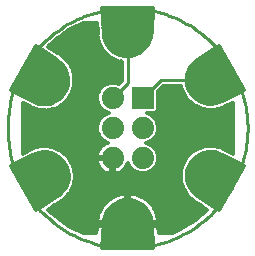
<source format=gtl>
G75*
%MOIN*%
%OFA0B0*%
%FSLAX24Y24*%
%IPPOS*%
%LPD*%
%AMOC8*
5,1,8,0,0,1.08239X$1,22.5*
%
%ADD10C,0.0100*%
%ADD11C,0.1266*%
%ADD12C,0.0120*%
%ADD13R,0.0740X0.0740*%
%ADD14C,0.0740*%
D10*
X000250Y004160D02*
X000252Y004286D01*
X000258Y004412D01*
X000268Y004538D01*
X000282Y004664D01*
X000300Y004789D01*
X000322Y004913D01*
X000347Y005037D01*
X000377Y005160D01*
X000410Y005281D01*
X000448Y005402D01*
X000489Y005521D01*
X000534Y005640D01*
X000582Y005756D01*
X000634Y005871D01*
X000690Y005984D01*
X000750Y006096D01*
X000813Y006205D01*
X000879Y006313D01*
X000948Y006418D01*
X001021Y006521D01*
X001098Y006622D01*
X001177Y006720D01*
X001259Y006816D01*
X001345Y006909D01*
X001433Y007000D01*
X001524Y007087D01*
X001618Y007172D01*
X001714Y007253D01*
X001813Y007332D01*
X001914Y007407D01*
X002018Y007479D01*
X002124Y007548D01*
X002232Y007614D01*
X002342Y007676D01*
X002454Y007734D01*
X002567Y007789D01*
X002683Y007840D01*
X002800Y007888D01*
X002918Y007932D01*
X003038Y007972D01*
X003159Y008008D01*
X003281Y008041D01*
X003404Y008070D01*
X003528Y008094D01*
X003652Y008115D01*
X003777Y008132D01*
X003903Y008145D01*
X004029Y008154D01*
X004155Y008159D01*
X004282Y008160D01*
X004408Y008157D01*
X004534Y008150D01*
X004660Y008139D01*
X004785Y008124D01*
X004910Y008105D01*
X005034Y008082D01*
X005158Y008056D01*
X005280Y008025D01*
X005402Y007991D01*
X005522Y007952D01*
X005641Y007910D01*
X005759Y007865D01*
X005875Y007815D01*
X005990Y007762D01*
X006102Y007705D01*
X006213Y007645D01*
X006322Y007581D01*
X006429Y007514D01*
X006534Y007444D01*
X006637Y007370D01*
X006737Y007293D01*
X006835Y007213D01*
X006930Y007130D01*
X007022Y007044D01*
X007112Y006955D01*
X007199Y006863D01*
X007282Y006769D01*
X007363Y006672D01*
X007441Y006572D01*
X007516Y006470D01*
X007587Y006366D01*
X007655Y006259D01*
X007719Y006151D01*
X007780Y006040D01*
X007838Y005928D01*
X007892Y005814D01*
X007942Y005698D01*
X007989Y005581D01*
X008032Y005462D01*
X008071Y005342D01*
X008107Y005221D01*
X008138Y005098D01*
X008166Y004975D01*
X008190Y004851D01*
X008210Y004726D01*
X008226Y004601D01*
X008238Y004475D01*
X008246Y004349D01*
X008250Y004223D01*
X008250Y004097D01*
X008246Y003971D01*
X008238Y003845D01*
X008226Y003719D01*
X008210Y003594D01*
X008190Y003469D01*
X008166Y003345D01*
X008138Y003222D01*
X008107Y003099D01*
X008071Y002978D01*
X008032Y002858D01*
X007989Y002739D01*
X007942Y002622D01*
X007892Y002506D01*
X007838Y002392D01*
X007780Y002280D01*
X007719Y002169D01*
X007655Y002061D01*
X007587Y001954D01*
X007516Y001850D01*
X007441Y001748D01*
X007363Y001648D01*
X007282Y001551D01*
X007199Y001457D01*
X007112Y001365D01*
X007022Y001276D01*
X006930Y001190D01*
X006835Y001107D01*
X006737Y001027D01*
X006637Y000950D01*
X006534Y000876D01*
X006429Y000806D01*
X006322Y000739D01*
X006213Y000675D01*
X006102Y000615D01*
X005990Y000558D01*
X005875Y000505D01*
X005759Y000455D01*
X005641Y000410D01*
X005522Y000368D01*
X005402Y000329D01*
X005280Y000295D01*
X005158Y000264D01*
X005034Y000238D01*
X004910Y000215D01*
X004785Y000196D01*
X004660Y000181D01*
X004534Y000170D01*
X004408Y000163D01*
X004282Y000160D01*
X004155Y000161D01*
X004029Y000166D01*
X003903Y000175D01*
X003777Y000188D01*
X003652Y000205D01*
X003528Y000226D01*
X003404Y000250D01*
X003281Y000279D01*
X003159Y000312D01*
X003038Y000348D01*
X002918Y000388D01*
X002800Y000432D01*
X002683Y000480D01*
X002567Y000531D01*
X002454Y000586D01*
X002342Y000644D01*
X002232Y000706D01*
X002124Y000772D01*
X002018Y000841D01*
X001914Y000913D01*
X001813Y000988D01*
X001714Y001067D01*
X001618Y001148D01*
X001524Y001233D01*
X001433Y001320D01*
X001345Y001411D01*
X001259Y001504D01*
X001177Y001600D01*
X001098Y001698D01*
X001021Y001799D01*
X000948Y001902D01*
X000879Y002007D01*
X000813Y002115D01*
X000750Y002224D01*
X000690Y002336D01*
X000634Y002449D01*
X000582Y002564D01*
X000534Y002680D01*
X000489Y002799D01*
X000448Y002918D01*
X000410Y003039D01*
X000377Y003160D01*
X000347Y003283D01*
X000322Y003407D01*
X000300Y003531D01*
X000282Y003656D01*
X000268Y003782D01*
X000258Y003908D01*
X000252Y004034D01*
X000250Y004160D01*
X003750Y005160D02*
X004250Y005660D01*
X004250Y007360D01*
X005350Y005760D02*
X007021Y005760D01*
X005350Y005760D02*
X004750Y005160D01*
D11*
X004250Y007360D03*
X007021Y005760D03*
X007021Y002560D03*
X004250Y000960D03*
X001479Y002560D03*
X001479Y005760D03*
D12*
X000361Y002896D02*
X001211Y001424D01*
X001879Y001867D01*
X001984Y001936D01*
X002078Y002022D01*
X002156Y002121D01*
X002217Y002232D01*
X002259Y002351D01*
X002282Y002475D01*
X002284Y002602D01*
X002266Y002727D01*
X002228Y002847D01*
X002172Y002960D01*
X002099Y003062D01*
X002012Y003151D01*
X001912Y003226D01*
X001802Y003285D01*
X001684Y003326D01*
X001561Y003349D01*
X001437Y003353D01*
X001313Y003338D01*
X001192Y003305D01*
X001079Y003253D01*
X000361Y002896D01*
X000367Y002886D02*
X002209Y002886D01*
X002254Y002767D02*
X000435Y002767D01*
X000504Y002649D02*
X002278Y002649D01*
X002283Y002530D02*
X000572Y002530D01*
X000641Y002412D02*
X002270Y002412D01*
X002239Y002293D02*
X000709Y002293D01*
X000778Y002175D02*
X002185Y002175D01*
X002104Y002056D02*
X000846Y002056D01*
X000914Y001938D02*
X001986Y001938D01*
X002108Y001778D02*
X002163Y001815D01*
X002167Y001831D01*
X002183Y001833D01*
X002225Y001885D01*
X002274Y001930D01*
X002275Y001947D01*
X002291Y001952D01*
X002323Y002010D01*
X002364Y002063D01*
X002362Y002079D01*
X002377Y002087D01*
X002400Y002149D01*
X002432Y002208D01*
X002427Y002224D01*
X002441Y002233D01*
X002453Y002299D01*
X002476Y002362D01*
X002468Y002377D01*
X002480Y002389D01*
X002482Y002455D01*
X002494Y002521D01*
X002484Y002535D01*
X002494Y002548D01*
X002485Y002614D01*
X002486Y002681D01*
X002474Y002693D01*
X002482Y002708D01*
X002462Y002771D01*
X002453Y002837D01*
X002439Y002847D01*
X002444Y002863D01*
X002414Y002923D01*
X002394Y002986D01*
X002380Y002994D01*
X002382Y003009D01*
X002343Y003064D01*
X002313Y003124D01*
X002300Y003128D01*
X002300Y003142D01*
X002253Y003190D01*
X002214Y003245D01*
X002200Y003248D01*
X002198Y003261D01*
X002144Y003302D01*
X002097Y003350D01*
X002083Y003350D01*
X002079Y003363D01*
X002020Y003395D01*
X001966Y003436D01*
X001952Y003434D01*
X001946Y003446D01*
X001883Y003468D01*
X001823Y003500D01*
X001810Y003496D01*
X001802Y003508D01*
X001736Y003520D01*
X001672Y003542D01*
X001660Y003537D01*
X001651Y003547D01*
X001583Y003549D01*
X001517Y003561D01*
X001505Y003553D01*
X001495Y003562D01*
X001428Y003554D01*
X001360Y003556D01*
X001350Y003547D01*
X001338Y003553D01*
X001273Y003535D01*
X001206Y003527D01*
X001198Y003516D01*
X001185Y003521D01*
X001124Y003493D01*
X001059Y003475D01*
X001052Y003463D01*
X000993Y003433D01*
X000920Y003401D01*
X000919Y003397D01*
X000750Y003313D01*
X000750Y005007D01*
X000989Y004888D01*
X001044Y004861D01*
X001052Y004844D01*
X001116Y004824D01*
X001175Y004794D01*
X001191Y004800D01*
X001202Y004786D01*
X001268Y004777D01*
X001331Y004757D01*
X001346Y004764D01*
X001358Y004753D01*
X001425Y004754D01*
X001491Y004745D01*
X001504Y004755D01*
X001518Y004745D01*
X001584Y004757D01*
X001650Y004758D01*
X001662Y004770D01*
X001677Y004763D01*
X001740Y004786D01*
X001805Y004798D01*
X001815Y004811D01*
X001831Y004807D01*
X001889Y004839D01*
X001952Y004861D01*
X001959Y004877D01*
X001976Y004875D01*
X002028Y004916D01*
X002087Y004948D01*
X002091Y004964D01*
X002108Y004965D01*
X002153Y005014D01*
X002206Y005055D01*
X002208Y005072D01*
X002224Y005075D01*
X002261Y005131D01*
X002306Y005180D01*
X002305Y005196D01*
X002319Y005202D01*
X002347Y005263D01*
X002384Y005320D01*
X002381Y005333D01*
X002393Y005340D01*
X002412Y005405D01*
X002440Y005466D01*
X002435Y005479D01*
X002446Y005488D01*
X002454Y005555D01*
X002472Y005620D01*
X002465Y005631D01*
X002475Y005641D01*
X002472Y005709D01*
X002481Y005776D01*
X002472Y005787D01*
X002480Y005798D01*
X002467Y005864D01*
X002465Y005932D01*
X002455Y005941D01*
X002461Y005954D01*
X002439Y006017D01*
X002426Y006084D01*
X002415Y006091D01*
X002419Y006104D01*
X002387Y006164D01*
X002365Y006228D01*
X002352Y006234D01*
X002354Y006247D01*
X002314Y006301D01*
X002282Y006361D01*
X002269Y006365D01*
X002269Y006378D01*
X002220Y006425D01*
X002180Y006479D01*
X002166Y006481D01*
X002164Y006495D01*
X002109Y006534D01*
X002061Y006581D01*
X002047Y006581D01*
X001992Y006618D01*
X001928Y006664D01*
X001924Y006663D01*
X001601Y006877D01*
X001755Y007039D01*
X002345Y007460D01*
X002784Y007660D01*
X003231Y007660D01*
X003250Y007348D01*
X003254Y007287D01*
X003244Y007271D01*
X003258Y007206D01*
X003262Y007140D01*
X003275Y007129D01*
X003268Y007113D01*
X003293Y007051D01*
X003307Y006986D01*
X003321Y006977D01*
X003317Y006961D01*
X003352Y006904D01*
X003377Y006842D01*
X003392Y006835D01*
X003391Y006818D01*
X003434Y006768D01*
X003468Y006711D01*
X003485Y006707D01*
X003486Y006690D01*
X003537Y006647D01*
X003580Y006596D01*
X003597Y006595D01*
X003601Y006578D01*
X003658Y006544D01*
X003708Y006501D01*
X003725Y006502D01*
X003732Y006487D01*
X003794Y006462D01*
X003851Y006427D01*
X003867Y006431D01*
X003876Y006417D01*
X003941Y006403D01*
X004003Y006378D01*
X004019Y006385D01*
X004030Y006372D01*
X004060Y006370D01*
X004060Y005739D01*
X003950Y005629D01*
X003851Y005670D01*
X003649Y005670D01*
X003461Y005592D01*
X003318Y005449D01*
X003240Y005261D01*
X003240Y005059D01*
X003318Y004871D01*
X003461Y004728D01*
X003624Y004660D01*
X003461Y004592D01*
X003318Y004449D01*
X003240Y004261D01*
X003240Y004059D01*
X003318Y003871D01*
X003461Y003728D01*
X003602Y003669D01*
X003547Y003651D01*
X003472Y003613D01*
X003405Y003564D01*
X003346Y003505D01*
X003297Y003438D01*
X003259Y003363D01*
X003233Y003284D01*
X003220Y003202D01*
X003220Y003200D01*
X003710Y003200D01*
X003710Y003120D01*
X003220Y003120D01*
X003220Y003118D01*
X003233Y003036D01*
X003259Y002957D01*
X003297Y002882D01*
X003346Y002815D01*
X003405Y002756D01*
X003472Y002707D01*
X003547Y002669D01*
X003626Y002643D01*
X003708Y002630D01*
X003710Y002630D01*
X003710Y003120D01*
X003790Y003120D01*
X003790Y002630D01*
X003792Y002630D01*
X003874Y002643D01*
X003953Y002669D01*
X004028Y002707D01*
X004095Y002756D01*
X004154Y002815D01*
X004203Y002882D01*
X004241Y002957D01*
X004259Y003012D01*
X004318Y002871D01*
X004461Y002728D01*
X004649Y002650D01*
X004851Y002650D01*
X005039Y002728D01*
X005182Y002871D01*
X005260Y003059D01*
X005260Y003261D01*
X005182Y003449D01*
X005039Y003592D01*
X004876Y003660D01*
X005039Y003728D01*
X005182Y003871D01*
X005260Y004059D01*
X005260Y004261D01*
X005182Y004449D01*
X005039Y004592D01*
X004900Y004650D01*
X005178Y004650D01*
X005260Y004732D01*
X005260Y005401D01*
X005429Y005570D01*
X006031Y005570D01*
X006038Y005549D01*
X006047Y005483D01*
X006061Y005473D01*
X006056Y005457D01*
X006086Y005397D01*
X006106Y005334D01*
X006120Y005326D01*
X006118Y005311D01*
X006157Y005256D01*
X006187Y005196D01*
X006200Y005192D01*
X006200Y005178D01*
X006247Y005130D01*
X006286Y005075D01*
X006300Y005072D01*
X006302Y005059D01*
X006356Y005018D01*
X006403Y004970D01*
X006417Y004970D01*
X006421Y004957D01*
X006480Y004925D01*
X006534Y004884D01*
X006548Y004886D01*
X006554Y004874D01*
X006617Y004852D01*
X006677Y004820D01*
X006690Y004824D01*
X006698Y004812D01*
X006764Y004800D01*
X006828Y004778D01*
X006840Y004783D01*
X006849Y004773D01*
X006917Y004771D01*
X006983Y004759D01*
X006995Y004767D01*
X007005Y004758D01*
X007072Y004766D01*
X007140Y004764D01*
X007150Y004773D01*
X007162Y004767D01*
X007227Y004785D01*
X007294Y004793D01*
X007302Y004804D01*
X007315Y004799D01*
X007376Y004827D01*
X007441Y004845D01*
X007448Y004857D01*
X007507Y004887D01*
X007579Y004919D01*
X007581Y004923D01*
X007750Y005007D01*
X007750Y003313D01*
X007511Y003432D01*
X007456Y003459D01*
X007448Y003476D01*
X007384Y003496D01*
X007325Y003526D01*
X007308Y003520D01*
X007298Y003534D01*
X007232Y003543D01*
X007169Y003563D01*
X007154Y003556D01*
X007142Y003567D01*
X007075Y003566D01*
X007009Y003575D01*
X006996Y003565D01*
X006982Y003575D01*
X006916Y003563D01*
X006850Y003562D01*
X006838Y003550D01*
X006823Y003557D01*
X006760Y003534D01*
X006695Y003522D01*
X006685Y003509D01*
X006669Y003513D01*
X006611Y003481D01*
X006548Y003459D01*
X006541Y003443D01*
X006524Y003445D01*
X006472Y003404D01*
X006413Y003372D01*
X006409Y003356D01*
X006392Y003355D01*
X006347Y003306D01*
X006294Y003265D01*
X006292Y003248D01*
X006276Y003245D01*
X006239Y003189D01*
X006194Y003140D01*
X006195Y003124D01*
X006181Y003118D01*
X006153Y003057D01*
X006116Y003000D01*
X006119Y002987D01*
X006107Y002980D01*
X006088Y002915D01*
X006060Y002854D01*
X006065Y002841D01*
X006054Y002832D01*
X006046Y002765D01*
X006028Y002700D01*
X006035Y002689D01*
X006025Y002679D01*
X006028Y002611D01*
X006019Y002544D01*
X006028Y002533D01*
X006020Y002522D01*
X006033Y002456D01*
X006035Y002388D01*
X006045Y002379D01*
X006039Y002366D01*
X006061Y002303D01*
X006074Y002236D01*
X006085Y002229D01*
X006081Y002216D01*
X006113Y002156D01*
X006135Y002092D01*
X006148Y002086D01*
X006146Y002073D01*
X006186Y002019D01*
X006218Y001959D01*
X006231Y001955D01*
X006231Y001942D01*
X006280Y001895D01*
X006320Y001841D01*
X006334Y001839D01*
X006336Y001825D01*
X006391Y001786D01*
X006439Y001739D01*
X006453Y001739D01*
X006508Y001702D01*
X006572Y001656D01*
X006576Y001657D01*
X006903Y001440D01*
X006460Y001056D01*
X005833Y000694D01*
X005734Y000660D01*
X005289Y000660D01*
X005274Y000900D01*
X004310Y000900D01*
X004310Y001020D01*
X004190Y001020D01*
X004190Y001979D01*
X004184Y001979D01*
X004063Y001962D01*
X003945Y001931D01*
X003831Y001886D01*
X003724Y001829D01*
X003724Y001829D01*
X003624Y001759D01*
X003624Y001759D01*
X003532Y001678D01*
X003532Y001678D01*
X003532Y001678D01*
X003516Y001660D01*
X003451Y001586D01*
X003436Y001565D01*
X003381Y001486D01*
X003367Y001460D01*
X003324Y001379D01*
X003324Y001379D01*
X003311Y001346D01*
X003279Y001265D01*
X003279Y001265D01*
X003268Y001224D01*
X003248Y001147D01*
X003248Y001147D01*
X003241Y001094D01*
X003231Y001026D01*
X003231Y001026D01*
X003231Y001020D01*
X004190Y001020D01*
X004190Y000900D01*
X003226Y000900D01*
X003212Y000660D01*
X002784Y000660D01*
X002345Y000860D01*
X001755Y001281D01*
X001601Y001443D01*
X001989Y001700D01*
X002040Y001734D01*
X002059Y001733D01*
X002108Y001778D01*
X002164Y001819D02*
X003710Y001819D01*
X003831Y001886D02*
X003831Y001886D01*
X003945Y001931D02*
X003945Y001931D01*
X003970Y001938D02*
X002274Y001938D01*
X002359Y002056D02*
X006158Y002056D01*
X006236Y001938D02*
X004560Y001938D01*
X004532Y001947D02*
X004597Y001925D01*
X004641Y001910D01*
X004642Y001910D01*
X004709Y001878D01*
X004746Y001861D01*
X004746Y001861D01*
X004814Y001819D01*
X006345Y001819D01*
X006511Y001701D02*
X004963Y001701D01*
X004936Y001728D02*
X005018Y001646D01*
X005090Y001555D01*
X005151Y001456D01*
X005200Y001351D01*
X005237Y001242D01*
X005261Y001128D01*
X005271Y001020D01*
X004310Y001020D01*
X004310Y001981D01*
X004418Y001971D01*
X004418Y001971D01*
X004477Y001959D01*
X004532Y001947D01*
X004532Y001947D01*
X004310Y001938D02*
X004190Y001938D01*
X004184Y001979D02*
X004184Y001979D01*
X004063Y001962D02*
X004063Y001962D01*
X004190Y001819D02*
X004310Y001819D01*
X004250Y001760D02*
X004126Y001748D01*
X004005Y001717D01*
X003890Y001668D01*
X003784Y001602D01*
X003689Y001521D01*
X003608Y001426D01*
X003542Y001320D01*
X003493Y001205D01*
X003462Y001084D01*
X003450Y000960D01*
X003400Y000160D01*
X005100Y000160D01*
X003400Y000160D01*
X003407Y000279D02*
X005093Y000279D01*
X005085Y000397D02*
X003415Y000397D01*
X003422Y000516D02*
X005078Y000516D01*
X005070Y000634D02*
X003430Y000634D01*
X003437Y000753D02*
X005063Y000753D01*
X005056Y000871D02*
X003444Y000871D01*
X003453Y000990D02*
X005048Y000990D01*
X005050Y000960D02*
X005043Y001086D01*
X005015Y001210D01*
X004969Y001327D01*
X004903Y001435D01*
X004821Y001531D01*
X004725Y001613D01*
X004617Y001679D01*
X004500Y001725D01*
X004376Y001753D01*
X004250Y001760D01*
X004190Y001701D02*
X004310Y001701D01*
X004310Y001582D02*
X004190Y001582D01*
X004190Y001464D02*
X004310Y001464D01*
X004310Y001345D02*
X004190Y001345D01*
X004190Y001227D02*
X004310Y001227D01*
X004310Y001108D02*
X004190Y001108D01*
X004190Y000990D02*
X002164Y000990D01*
X001997Y001108D02*
X003243Y001108D01*
X003269Y001227D02*
X001831Y001227D01*
X001694Y001345D02*
X003310Y001345D01*
X003369Y001464D02*
X001632Y001464D01*
X001811Y001582D02*
X003448Y001582D01*
X003451Y001586D02*
X003451Y001586D01*
X003558Y001701D02*
X001989Y001701D01*
X001806Y001819D02*
X000983Y001819D01*
X001051Y001701D02*
X001628Y001701D01*
X001449Y001582D02*
X001120Y001582D01*
X001188Y001464D02*
X001271Y001464D01*
X002330Y000871D02*
X003224Y000871D01*
X003218Y000753D02*
X002581Y000753D01*
X003381Y001486D02*
X003381Y001486D01*
X003557Y001345D02*
X004958Y001345D01*
X004879Y001464D02*
X003640Y001464D01*
X003760Y001582D02*
X004762Y001582D01*
X004910Y001749D02*
X004845Y001800D01*
X004814Y001819D01*
X004845Y001800D02*
X004845Y001800D01*
X004910Y001749D02*
X004936Y001728D01*
X004936Y001728D01*
X004936Y001728D01*
X005069Y001582D02*
X006689Y001582D01*
X006868Y001464D02*
X005147Y001464D01*
X005202Y001345D02*
X006793Y001345D01*
X006656Y001227D02*
X005240Y001227D01*
X005263Y001108D02*
X006519Y001108D01*
X006344Y000990D02*
X004310Y000990D01*
X005038Y001108D02*
X003468Y001108D01*
X003502Y001227D02*
X005009Y001227D01*
X005050Y000960D02*
X005100Y000160D01*
X005283Y000753D02*
X005934Y000753D01*
X006139Y000871D02*
X005276Y000871D01*
X004562Y001701D02*
X003966Y001701D01*
X003891Y002649D02*
X006026Y002649D01*
X006026Y002530D02*
X002487Y002530D01*
X002485Y002649D02*
X003609Y002649D01*
X003710Y002649D02*
X003790Y002649D01*
X003790Y002767D02*
X003710Y002767D01*
X003710Y002886D02*
X003790Y002886D01*
X003790Y003004D02*
X003710Y003004D01*
X003710Y003123D02*
X002314Y003123D01*
X002382Y003004D02*
X003243Y003004D01*
X003295Y002886D02*
X002433Y002886D01*
X002463Y002767D02*
X003393Y002767D01*
X003226Y003241D02*
X002217Y003241D01*
X002080Y003360D02*
X003258Y003360D01*
X003326Y003478D02*
X001865Y003478D01*
X001884Y003241D02*
X001055Y003241D01*
X000844Y003360D02*
X000750Y003360D01*
X000750Y003478D02*
X001070Y003478D01*
X000750Y003597D02*
X003449Y003597D01*
X003492Y003715D02*
X000750Y003715D01*
X000750Y003834D02*
X003355Y003834D01*
X003284Y003952D02*
X000750Y003952D01*
X000750Y004071D02*
X003240Y004071D01*
X003240Y004189D02*
X000750Y004189D01*
X000750Y004308D02*
X003259Y004308D01*
X003308Y004426D02*
X000750Y004426D01*
X000750Y004545D02*
X003413Y004545D01*
X003617Y004663D02*
X000750Y004663D01*
X000750Y004782D02*
X001234Y004782D01*
X001312Y004972D02*
X001437Y004954D01*
X001564Y004957D01*
X001688Y004979D01*
X001807Y005022D01*
X001918Y005083D01*
X002017Y005161D01*
X002102Y005254D01*
X002172Y005360D01*
X002223Y005474D01*
X002257Y005594D01*
X002272Y005718D01*
X002268Y005843D01*
X002245Y005965D01*
X002204Y006083D01*
X002145Y006193D01*
X002070Y006293D01*
X001980Y006380D01*
X001879Y006453D01*
X001211Y006896D01*
X000361Y005424D01*
X001079Y005067D01*
X001192Y005010D01*
X001312Y004972D01*
X001175Y005019D02*
X001797Y005019D01*
X001986Y005137D02*
X000938Y005137D01*
X000966Y004900D02*
X000750Y004900D01*
X000700Y005256D02*
X002103Y005256D01*
X002178Y005374D02*
X000461Y005374D01*
X000401Y005493D02*
X002229Y005493D01*
X002259Y005611D02*
X000469Y005611D01*
X000537Y005730D02*
X002272Y005730D01*
X002267Y005848D02*
X000606Y005848D01*
X000674Y005967D02*
X002245Y005967D01*
X002203Y006085D02*
X000743Y006085D01*
X000811Y006204D02*
X002137Y006204D01*
X002040Y006322D02*
X000879Y006322D01*
X000948Y006441D02*
X001896Y006441D01*
X001719Y006559D02*
X001016Y006559D01*
X001085Y006678D02*
X001540Y006678D01*
X001362Y006796D02*
X001153Y006796D01*
X001636Y006915D02*
X003345Y006915D01*
X003297Y007033D02*
X001749Y007033D01*
X001912Y007152D02*
X003261Y007152D01*
X003244Y007270D02*
X002079Y007270D01*
X002245Y007389D02*
X003248Y007389D01*
X003240Y007507D02*
X002449Y007507D01*
X002708Y007626D02*
X003233Y007626D01*
X003433Y007626D02*
X005067Y007626D01*
X005059Y007507D02*
X003441Y007507D01*
X003448Y007389D02*
X005052Y007389D01*
X005050Y007360D02*
X005100Y008160D01*
X003400Y008160D01*
X003450Y007360D01*
X003457Y007234D01*
X003485Y007110D01*
X003531Y006993D01*
X003597Y006885D01*
X003679Y006789D01*
X003775Y006707D01*
X003883Y006641D01*
X004000Y006595D01*
X004124Y006567D01*
X004250Y006560D01*
X004374Y006572D01*
X004495Y006603D01*
X004610Y006652D01*
X004716Y006718D01*
X004811Y006799D01*
X004892Y006894D01*
X004958Y007000D01*
X005007Y007115D01*
X005038Y007236D01*
X005050Y007360D01*
X005041Y007270D02*
X003455Y007270D01*
X003475Y007152D02*
X005016Y007152D01*
X004972Y007033D02*
X003516Y007033D01*
X003579Y006915D02*
X004905Y006915D01*
X004807Y006796D02*
X003672Y006796D01*
X003823Y006678D02*
X004651Y006678D01*
X004060Y006322D02*
X002303Y006322D01*
X002373Y006204D02*
X004060Y006204D01*
X004060Y006085D02*
X002424Y006085D01*
X002457Y005967D02*
X004060Y005967D01*
X004060Y005848D02*
X002470Y005848D01*
X002475Y005730D02*
X004051Y005730D01*
X003506Y005611D02*
X002470Y005611D01*
X002446Y005493D02*
X003361Y005493D01*
X003287Y005374D02*
X002403Y005374D01*
X002344Y005256D02*
X003240Y005256D01*
X003240Y005137D02*
X002266Y005137D01*
X002159Y005019D02*
X003257Y005019D01*
X003306Y004900D02*
X002008Y004900D01*
X001728Y004782D02*
X003407Y004782D01*
X005008Y003715D02*
X007750Y003715D01*
X007750Y003597D02*
X005029Y003597D01*
X005153Y003478D02*
X006602Y003478D01*
X006693Y003298D02*
X006582Y003237D01*
X006483Y003159D01*
X006398Y003066D01*
X006328Y002960D01*
X006277Y002846D01*
X006243Y002726D01*
X006228Y002602D01*
X006232Y002477D01*
X006255Y002355D01*
X006296Y002237D01*
X006355Y002127D01*
X006430Y002027D01*
X006520Y001940D01*
X006621Y001867D01*
X007289Y001424D01*
X008139Y002896D01*
X007421Y003253D01*
X007308Y003310D01*
X007188Y003348D01*
X007063Y003366D01*
X006936Y003363D01*
X006812Y003341D01*
X006693Y003298D01*
X006590Y003241D02*
X007445Y003241D01*
X007440Y003478D02*
X007750Y003478D01*
X007750Y003360D02*
X007656Y003360D01*
X007684Y003123D02*
X006450Y003123D01*
X006357Y003004D02*
X007922Y003004D01*
X008133Y002886D02*
X006295Y002886D01*
X006254Y002767D02*
X008065Y002767D01*
X007996Y002649D02*
X006234Y002649D01*
X006230Y002530D02*
X007928Y002530D01*
X007859Y002412D02*
X006244Y002412D01*
X006277Y002293D02*
X007791Y002293D01*
X007722Y002175D02*
X006330Y002175D01*
X006409Y002056D02*
X007654Y002056D01*
X007586Y001938D02*
X006523Y001938D01*
X006694Y001819D02*
X007517Y001819D01*
X007449Y001701D02*
X006872Y001701D01*
X007051Y001582D02*
X007380Y001582D01*
X007312Y001464D02*
X007229Y001464D01*
X006103Y002175D02*
X002414Y002175D01*
X002452Y002293D02*
X006063Y002293D01*
X006034Y002412D02*
X002481Y002412D01*
X002140Y003004D02*
X000578Y003004D01*
X000816Y003123D02*
X002039Y003123D01*
X004107Y002767D02*
X004422Y002767D01*
X004312Y002886D02*
X004205Y002886D01*
X004257Y003004D02*
X004263Y003004D01*
X005078Y002767D02*
X006046Y002767D01*
X006075Y002886D02*
X005188Y002886D01*
X005237Y003004D02*
X006118Y003004D01*
X006192Y003123D02*
X005260Y003123D01*
X005260Y003241D02*
X006274Y003241D01*
X006410Y003360D02*
X005219Y003360D01*
X005145Y003834D02*
X007750Y003834D01*
X007750Y003952D02*
X005216Y003952D01*
X005260Y004071D02*
X007750Y004071D01*
X007750Y004189D02*
X005260Y004189D01*
X005241Y004308D02*
X007750Y004308D01*
X007750Y004426D02*
X005192Y004426D01*
X005087Y004545D02*
X007750Y004545D01*
X007750Y004663D02*
X005191Y004663D01*
X005260Y004782D02*
X006816Y004782D01*
X006836Y004782D02*
X006842Y004782D01*
X006939Y004971D02*
X007063Y004967D01*
X007187Y004982D01*
X007308Y005015D01*
X007421Y005067D01*
X008139Y005424D01*
X007289Y006896D01*
X006621Y006453D01*
X006516Y006384D01*
X006422Y006298D01*
X006344Y006199D01*
X006283Y006088D01*
X006241Y005969D01*
X006218Y005845D01*
X006216Y005718D01*
X006234Y005593D01*
X006272Y005473D01*
X006328Y005360D01*
X006401Y005258D01*
X006488Y005169D01*
X006588Y005094D01*
X006698Y005035D01*
X006816Y004994D01*
X006939Y004971D01*
X006745Y005019D02*
X007314Y005019D01*
X007537Y004900D02*
X007750Y004900D01*
X007750Y004782D02*
X007214Y004782D01*
X007562Y005137D02*
X006531Y005137D01*
X006404Y005256D02*
X007800Y005256D01*
X008039Y005374D02*
X006321Y005374D01*
X006265Y005493D02*
X008099Y005493D01*
X008031Y005611D02*
X006231Y005611D01*
X006216Y005730D02*
X007963Y005730D01*
X007894Y005848D02*
X006219Y005848D01*
X006240Y005967D02*
X007826Y005967D01*
X007757Y006085D02*
X006282Y006085D01*
X006348Y006204D02*
X007689Y006204D01*
X007621Y006322D02*
X006448Y006322D01*
X006603Y006441D02*
X007552Y006441D01*
X007484Y006559D02*
X006781Y006559D01*
X006960Y006678D02*
X007415Y006678D01*
X007347Y006796D02*
X007138Y006796D01*
X006046Y005493D02*
X005351Y005493D01*
X005260Y005374D02*
X006093Y005374D01*
X006157Y005256D02*
X005260Y005256D01*
X005260Y005137D02*
X006240Y005137D01*
X006356Y005019D02*
X005260Y005019D01*
X005260Y004900D02*
X006513Y004900D01*
X006916Y003360D02*
X007106Y003360D01*
X003829Y006441D02*
X002209Y006441D01*
X002083Y006559D02*
X003633Y006559D01*
X003500Y006678D02*
X001902Y006678D01*
X001723Y006796D02*
X003410Y006796D01*
X003426Y007744D02*
X005074Y007744D01*
X005081Y007863D02*
X003419Y007863D01*
X003411Y007981D02*
X005089Y007981D01*
X005096Y008100D02*
X003404Y008100D01*
D13*
X004750Y005160D03*
D14*
X004750Y004160D03*
X003750Y004160D03*
X003750Y005160D03*
X003750Y003160D03*
X004750Y003160D03*
M02*

</source>
